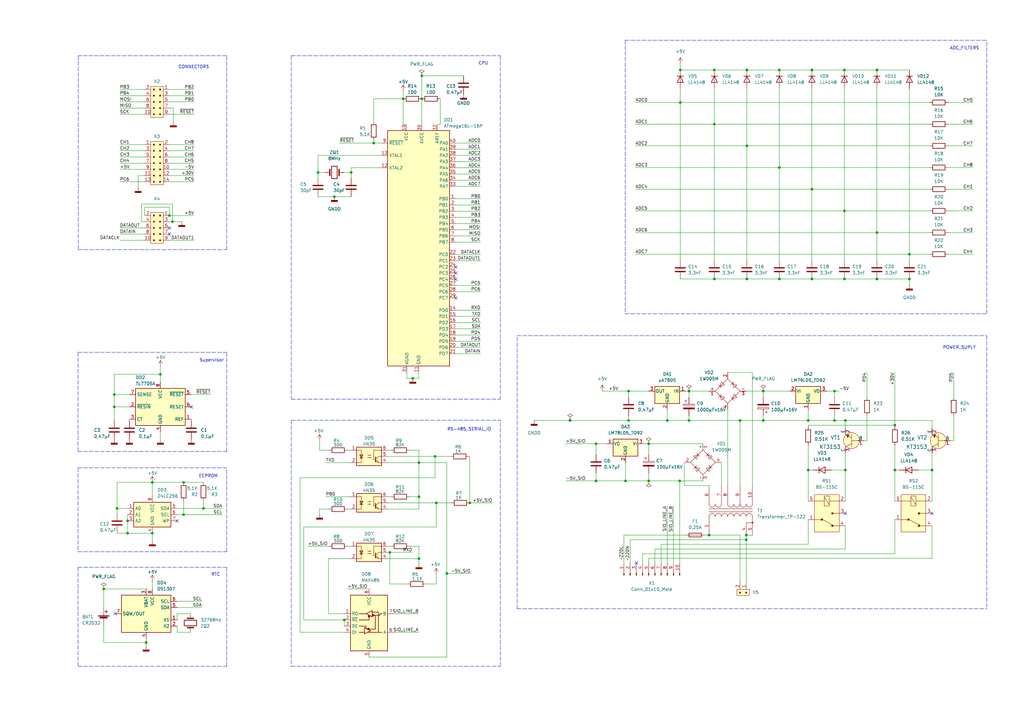
<source format=kicad_sch>
(kicad_sch (version 20211123) (generator eeschema)
  (paper "A3")
  (title_block (title "АКВ-МП, Плата процессора (ПП)") (date "2022-07-06"))
  (junction (at 266.065 181.991))
  (junction (at 319.659 114.427))
  (junction (at 319.659 28.702))
  (junction (at 292.989 114.427))
  (junction (at 159.893 226.568))
  (junction (at 172.974 40.513))
  (junction (at 303.53 172.466))
  (junction (at 342.265 172.466))
  (junction (at 137.16 80.645))
  (junction (at 52.324 218.694))
  (junction (at 233.807 172.466))
  (junction (at 313.055 172.466))
  (junction (at 282.575 172.466))
  (junction (at 346.71 192.786))
  (junction (at 279.019 28.702))
  (junction (at 169.291 155.194))
  (junction (at 244.475 197.231))
  (junction (at 192.659 206.248))
  (junction (at 178.435 187.198))
  (junction (at 171.831 203.708))
  (junction (at 141.224 254.254))
  (junction (at 62.484 197.866))
  (junction (at 75.311 211.074))
  (junction (at 42.545 241.554))
  (junction (at 306.07 221.361))
  (junction (at 257.81 160.401))
  (junction (at 178.943 206.248))
  (junction (at 257.81 172.466))
  (junction (at 332.994 28.702))
  (junction (at 367.03 192.786))
  (junction (at 313.055 160.401))
  (junction (at 69.469 88.392))
  (junction (at 273.685 172.466))
  (junction (at 172.974 31.115))
  (junction (at 342.265 160.401))
  (junction (at 233.807 172.339))
  (junction (at 130.429 70.739))
  (junction (at 290.83 219.456))
  (junction (at 70.739 90.932))
  (junction (at 83.439 208.534))
  (junction (at 65.786 153.543))
  (junction (at 266.065 197.231))
  (junction (at 171.831 189.738))
  (junction (at 306.07 219.456))
  (junction (at 367.03 174.371))
  (junction (at 306.324 114.427))
  (junction (at 359.664 114.427))
  (junction (at 331.47 192.786))
  (junction (at 346.329 28.702))
  (junction (at 171.831 229.108))
  (junction (at 319.659 68.707))
  (junction (at 332.994 77.597))
  (junction (at 346.329 86.487))
  (junction (at 359.664 95.377))
  (junction (at 279.019 42.037))
  (junction (at 292.989 50.927))
  (junction (at 306.324 59.817))
  (junction (at 372.999 104.267))
  (junction (at 278.765 197.231))
  (junction (at 346.329 114.427))
  (junction (at 331.47 172.466))
  (junction (at 75.311 197.866))
  (junction (at 183.261 235.204))
  (junction (at 144.018 70.739))
  (junction (at 244.475 181.991))
  (junction (at 46.863 161.798))
  (junction (at 62.484 218.694))
  (junction (at 165.354 40.513))
  (junction (at 359.664 28.702))
  (junction (at 306.324 28.702))
  (junction (at 256.54 197.231))
  (junction (at 48.006 208.534))
  (junction (at 46.863 166.878))
  (junction (at 59.944 263.525))
  (junction (at 282.575 160.401))
  (junction (at 372.999 114.427))
  (junction (at 346.71 172.466))
  (junction (at 52.324 213.614))
  (junction (at 292.989 28.702))
  (junction (at 382.27 192.786))
  (junction (at 153.289 58.674))
  (junction (at 332.994 114.427))
  (no_connect (at 382.27 210.566))
  (no_connect (at 47.244 251.714))
  (no_connect (at 72.644 213.614))
  (no_connect (at 186.944 109.474))
  (no_connect (at 186.944 122.174))
  (no_connect (at 186.944 112.014))
  (no_connect (at 186.944 114.554))
  (no_connect (at 78.486 166.878))
  (no_connect (at 260.985 230.886))
  (no_connect (at 69.469 93.472))
  (no_connect (at 69.469 96.012))
  (no_connect (at 346.71 210.566))
  (wire (pts (xy 49.149 46.863) (xy 59.309 46.863)))
  (wire (pts (xy 257.81 172.466) (xy 273.685 172.466)))
  (wire (pts (xy 332.994 77.597) (xy 332.994 106.807)))
  (wire (pts (xy 58.039 83.693) (xy 70.739 83.693)))
  (wire (pts (xy 233.807 172.466) (xy 257.81 172.466)))
  (wire (pts (xy 124.587 254.254) (xy 141.224 254.254)))
  (wire (pts (xy 306.324 36.322) (xy 306.324 59.817)))
  (wire (pts (xy 159.004 189.738) (xy 171.831 189.738)))
  (wire (pts (xy 169.291 155.194) (xy 166.878 155.194)))
  (wire (pts (xy 186.944 71.374) (xy 197.104 71.374)))
  (wire (pts (xy 72.644 211.074) (xy 75.311 211.074)))
  (wire (pts (xy 388.874 95.377) (xy 399.034 95.377)))
  (wire (pts (xy 256.54 197.231) (xy 266.065 197.231)))
  (wire (pts (xy 58.039 83.693) (xy 58.039 90.932)))
  (wire (pts (xy 59.944 263.525) (xy 59.944 265.049)))
  (wire (pts (xy 186.944 96.774) (xy 197.104 96.774)))
  (wire (pts (xy 331.47 213.106) (xy 331.47 223.266)))
  (wire (pts (xy 53.086 171.958) (xy 53.086 172.593)))
  (wire (pts (xy 171.831 224.028) (xy 171.831 229.108)))
  (wire (pts (xy 186.944 63.754) (xy 197.104 63.754)))
  (wire (pts (xy 183.261 235.204) (xy 183.261 269.494)))
  (wire (pts (xy 256.54 197.231) (xy 244.475 197.231)))
  (wire (pts (xy 70.739 90.932) (xy 74.549 90.932)))
  (wire (pts (xy 42.545 256.794) (xy 42.545 263.525)))
  (wire (pts (xy 139.319 58.674) (xy 153.289 58.674)))
  (wire (pts (xy 62.484 197.866) (xy 62.484 203.454)))
  (wire (pts (xy 65.786 150.368) (xy 65.786 153.543)))
  (wire (pts (xy 186.944 142.494) (xy 197.104 142.494)))
  (wire (pts (xy 333.375 192.786) (xy 331.47 192.786)))
  (wire (pts (xy 359.664 95.377) (xy 359.664 106.807)))
  (wire (pts (xy 313.055 172.466) (xy 331.47 172.466)))
  (polyline (pts (xy 404.749 137.668) (xy 404.749 249.682)))
  (wire (pts (xy 59.309 88.392) (xy 59.309 84.963)))
  (polyline (pts (xy 32.131 102.362) (xy 92.964 102.362)))
  (wire (pts (xy 292.989 28.702) (xy 306.324 28.702)))
  (wire (pts (xy 42.545 241.554) (xy 59.944 241.554)))
  (wire (pts (xy 159.004 229.108) (xy 171.831 229.108)))
  (wire (pts (xy 376.555 192.786) (xy 382.27 192.786)))
  (wire (pts (xy 130.429 70.739) (xy 133.35 70.739)))
  (wire (pts (xy 178.435 187.198) (xy 159.004 187.198)))
  (wire (pts (xy 255.905 219.456) (xy 255.905 230.886)))
  (wire (pts (xy 171.831 189.738) (xy 171.831 203.708)))
  (wire (pts (xy 281.305 219.456) (xy 255.905 219.456)))
  (wire (pts (xy 391.16 170.561) (xy 391.16 180.721)))
  (polyline (pts (xy 256.413 16.51) (xy 404.749 16.51)))
  (wire (pts (xy 72.644 256.794) (xy 72.644 259.334)))
  (wire (pts (xy 342.265 160.401) (xy 344.17 160.401)))
  (wire (pts (xy 331.47 172.466) (xy 331.47 168.021)))
  (wire (pts (xy 159.004 224.028) (xy 160.401 224.028)))
  (wire (pts (xy 48.006 197.866) (xy 62.484 197.866)))
  (wire (pts (xy 62.484 218.694) (xy 62.484 221.869)))
  (wire (pts (xy 279.019 36.322) (xy 279.019 42.037)))
  (wire (pts (xy 171.704 152.654) (xy 171.704 155.194)))
  (wire (pts (xy 367.03 182.626) (xy 367.03 192.786)))
  (wire (pts (xy 372.999 104.267) (xy 381.254 104.267)))
  (wire (pts (xy 183.261 235.204) (xy 193.04 235.204)))
  (wire (pts (xy 69.469 44.323) (xy 71.12 44.323)))
  (wire (pts (xy 308.61 152.781) (xy 308.61 199.136)))
  (wire (pts (xy 186.944 127.254) (xy 197.104 127.254)))
  (wire (pts (xy 124.587 254.254) (xy 124.587 216.154)))
  (wire (pts (xy 69.469 88.392) (xy 79.629 88.392)))
  (wire (pts (xy 260.604 68.707) (xy 319.659 68.707)))
  (wire (pts (xy 266.065 228.981) (xy 382.27 228.981)))
  (wire (pts (xy 56.642 72.009) (xy 59.309 72.009)))
  (wire (pts (xy 180.594 51.054) (xy 179.324 51.054)))
  (wire (pts (xy 70.739 83.693) (xy 70.739 90.932)))
  (wire (pts (xy 137.16 80.645) (xy 144.018 80.645)))
  (wire (pts (xy 190.119 31.115) (xy 172.974 31.115)))
  (wire (pts (xy 266.065 181.991) (xy 266.065 186.436)))
  (wire (pts (xy 165.354 51.054) (xy 166.624 51.054)))
  (wire (pts (xy 49.149 39.243) (xy 59.309 39.243)))
  (polyline (pts (xy 212.09 137.668) (xy 404.749 137.668)))
  (wire (pts (xy 279.019 26.162) (xy 279.019 28.702)))
  (wire (pts (xy 244.475 181.991) (xy 244.475 186.436)))
  (wire (pts (xy 260.604 42.037) (xy 279.019 42.037)))
  (wire (pts (xy 186.944 81.534) (xy 197.104 81.534)))
  (wire (pts (xy 49.149 93.472) (xy 59.309 93.472)))
  (wire (pts (xy 367.03 213.106) (xy 367.03 227.076)))
  (wire (pts (xy 49.149 36.703) (xy 59.309 36.703)))
  (wire (pts (xy 186.944 104.394) (xy 197.104 104.394)))
  (wire (pts (xy 133.604 203.708) (xy 143.764 203.708)))
  (polyline (pts (xy 32.004 144.526) (xy 92.964 144.526)))
  (polyline (pts (xy 32.004 185.166) (xy 92.964 185.166)))
  (wire (pts (xy 49.149 61.849) (xy 59.309 61.849)))
  (wire (pts (xy 233.807 172.339) (xy 233.807 172.466)))
  (wire (pts (xy 69.469 64.389) (xy 79.629 64.389)))
  (wire (pts (xy 382.27 192.786) (xy 382.27 185.801)))
  (wire (pts (xy 282.575 160.401) (xy 282.575 162.941)))
  (wire (pts (xy 166.878 152.654) (xy 166.878 155.194)))
  (wire (pts (xy 306.324 59.817) (xy 381.254 59.817)))
  (wire (pts (xy 178.943 216.154) (xy 178.943 206.248)))
  (wire (pts (xy 186.944 73.914) (xy 197.104 73.914)))
  (wire (pts (xy 72.644 254.254) (xy 72.644 251.714)))
  (wire (pts (xy 49.149 59.309) (xy 59.309 59.309)))
  (wire (pts (xy 359.664 36.322) (xy 359.664 95.377)))
  (wire (pts (xy 382.27 172.466) (xy 382.27 175.641)))
  (wire (pts (xy 69.469 61.849) (xy 79.629 61.849)))
  (wire (pts (xy 140.97 70.739) (xy 144.018 70.739)))
  (wire (pts (xy 382.27 192.786) (xy 382.27 205.486)))
  (wire (pts (xy 260.604 86.487) (xy 346.329 86.487)))
  (polyline (pts (xy 92.964 102.362) (xy 92.964 22.86)))
  (wire (pts (xy 153.289 40.513) (xy 165.354 40.513)))
  (wire (pts (xy 303.53 219.456) (xy 303.53 239.141)))
  (wire (pts (xy 130.429 63.754) (xy 130.429 70.739)))
  (wire (pts (xy 331.47 172.466) (xy 342.265 172.466)))
  (polyline (pts (xy 256.413 128.651) (xy 404.749 128.651)))
  (wire (pts (xy 49.149 96.012) (xy 59.309 96.012)))
  (wire (pts (xy 319.659 28.702) (xy 332.994 28.702)))
  (wire (pts (xy 260.604 104.267) (xy 372.999 104.267)))
  (wire (pts (xy 153.289 57.531) (xy 153.289 58.674)))
  (wire (pts (xy 131.064 208.788) (xy 134.874 208.788)))
  (wire (pts (xy 171.831 184.658) (xy 171.831 189.738)))
  (wire (pts (xy 83.439 208.534) (xy 91.186 208.534)))
  (wire (pts (xy 186.944 86.614) (xy 197.104 86.614)))
  (wire (pts (xy 271.145 223.266) (xy 271.145 230.886)))
  (wire (pts (xy 388.874 77.597) (xy 399.034 77.597)))
  (wire (pts (xy 69.469 74.549) (xy 79.629 74.549)))
  (wire (pts (xy 346.329 114.427) (xy 359.664 114.427)))
  (wire (pts (xy 141.224 254.254) (xy 141.224 256.794)))
  (polyline (pts (xy 119.507 22.86) (xy 119.507 163.703)))
  (wire (pts (xy 48.006 218.694) (xy 52.324 218.694)))
  (wire (pts (xy 306.07 221.361) (xy 306.07 219.456)))
  (wire (pts (xy 292.989 36.322) (xy 292.989 50.927)))
  (wire (pts (xy 278.765 197.231) (xy 278.765 230.886)))
  (wire (pts (xy 258.445 221.361) (xy 306.07 221.361)))
  (wire (pts (xy 346.71 172.466) (xy 346.71 175.641)))
  (wire (pts (xy 49.149 44.323) (xy 59.309 44.323)))
  (wire (pts (xy 244.475 197.231) (xy 244.475 194.056)))
  (wire (pts (xy 268.605 225.171) (xy 268.605 230.886)))
  (wire (pts (xy 308.61 152.781) (xy 298.45 152.781)))
  (wire (pts (xy 71.12 44.323) (xy 71.12 50.038)))
  (wire (pts (xy 355.6 162.941) (xy 355.6 152.781)))
  (wire (pts (xy 388.874 59.817) (xy 399.034 59.817)))
  (wire (pts (xy 264.16 181.991) (xy 266.065 181.991)))
  (wire (pts (xy 359.664 114.427) (xy 372.999 114.427)))
  (wire (pts (xy 186.944 106.934) (xy 197.104 106.934)))
  (wire (pts (xy 178.435 187.198) (xy 184.785 187.198)))
  (polyline (pts (xy 256.413 16.51) (xy 256.413 128.651)))
  (wire (pts (xy 159.004 226.568) (xy 159.893 226.568)))
  (wire (pts (xy 49.149 41.783) (xy 59.309 41.783)))
  (wire (pts (xy 257.81 160.401) (xy 257.81 162.941)))
  (wire (pts (xy 281.305 160.401) (xy 282.575 160.401)))
  (polyline (pts (xy 119.507 172.339) (xy 205.232 172.339)))
  (wire (pts (xy 167.132 239.522) (xy 159.893 239.522)))
  (wire (pts (xy 144.018 68.834) (xy 144.018 70.739)))
  (wire (pts (xy 266.065 181.991) (xy 288.29 181.991)))
  (wire (pts (xy 346.71 172.466) (xy 382.27 172.466)))
  (wire (pts (xy 186.944 94.234) (xy 197.104 94.234)))
  (wire (pts (xy 123.063 259.334) (xy 141.224 259.334)))
  (wire (pts (xy 372.999 114.427) (xy 372.999 116.967)))
  (wire (pts (xy 186.944 119.634) (xy 197.104 119.634)))
  (wire (pts (xy 273.685 172.466) (xy 282.575 172.466)))
  (wire (pts (xy 266.065 197.231) (xy 278.765 197.231)))
  (wire (pts (xy 232.029 197.231) (xy 244.475 197.231)))
  (polyline (pts (xy 212.09 249.682) (xy 212.09 137.668)))
  (wire (pts (xy 346.329 36.322) (xy 346.329 86.487)))
  (wire (pts (xy 367.03 152.781) (xy 367.03 174.371)))
  (wire (pts (xy 359.664 28.702) (xy 372.999 28.702)))
  (wire (pts (xy 186.944 99.314) (xy 197.104 99.314)))
  (wire (pts (xy 258.445 221.361) (xy 258.445 230.886)))
  (polyline (pts (xy 92.964 226.314) (xy 92.964 191.897)))
  (wire (pts (xy 171.831 189.738) (xy 183.261 189.738)))
  (wire (pts (xy 65.786 153.543) (xy 65.786 156.718)))
  (wire (pts (xy 279.019 42.037) (xy 279.019 106.807)))
  (wire (pts (xy 46.863 161.798) (xy 46.863 166.878)))
  (wire (pts (xy 131.064 184.658) (xy 134.874 184.658)))
  (wire (pts (xy 248.92 181.991) (xy 244.475 181.991)))
  (wire (pts (xy 72.644 246.634) (xy 82.804 246.634)))
  (polyline (pts (xy 32.004 232.664) (xy 92.964 232.664)))
  (wire (pts (xy 279.019 42.037) (xy 381.254 42.037)))
  (wire (pts (xy 186.944 61.214) (xy 197.104 61.214)))
  (wire (pts (xy 186.944 137.414) (xy 197.104 137.414)))
  (polyline (pts (xy 92.964 22.86) (xy 32.131 22.86)))
  (wire (pts (xy 72.644 249.174) (xy 82.804 249.174)))
  (wire (pts (xy 266.065 230.886) (xy 266.065 228.981)))
  (wire (pts (xy 306.07 221.361) (xy 306.07 239.141)))
  (wire (pts (xy 178.943 206.248) (xy 159.004 206.248)))
  (wire (pts (xy 134.747 251.714) (xy 141.224 251.714)))
  (wire (pts (xy 306.07 219.456) (xy 308.61 219.456)))
  (wire (pts (xy 59.944 261.874) (xy 59.944 263.525)))
  (wire (pts (xy 192.659 206.248) (xy 201.93 206.248)))
  (wire (pts (xy 48.006 210.693) (xy 48.006 208.534)))
  (polyline (pts (xy 32.004 273.304) (xy 92.964 273.304)))
  (wire (pts (xy 266.065 194.056) (xy 266.065 197.231)))
  (wire (pts (xy 72.644 259.334) (xy 78.105 259.334)))
  (wire (pts (xy 391.16 162.941) (xy 391.16 152.781)))
  (polyline (pts (xy 119.507 163.703) (xy 205.232 163.703)))
  (wire (pts (xy 388.874 42.037) (xy 399.034 42.037)))
  (wire (pts (xy 260.604 95.377) (xy 359.664 95.377)))
  (wire (pts (xy 56.642 72.009) (xy 56.642 76.962)))
  (wire (pts (xy 72.644 251.714) (xy 78.105 251.714)))
  (wire (pts (xy 263.525 227.076) (xy 263.525 230.886)))
  (wire (pts (xy 354.33 180.721) (xy 355.6 180.721)))
  (wire (pts (xy 256.54 197.231) (xy 256.54 189.611)))
  (wire (pts (xy 292.989 50.927) (xy 381.254 50.927)))
  (wire (pts (xy 161.544 259.334) (xy 171.704 259.334)))
  (wire (pts (xy 65.786 177.038) (xy 65.786 180.213)))
  (wire (pts (xy 332.994 28.702) (xy 346.329 28.702)))
  (polyline (pts (xy 32.004 191.897) (xy 92.964 191.897)))
  (wire (pts (xy 49.149 66.929) (xy 59.309 66.929)))
  (wire (pts (xy 260.604 50.927) (xy 292.989 50.927)))
  (wire (pts (xy 232.029 181.991) (xy 244.475 181.991)))
  (wire (pts (xy 171.831 203.708) (xy 171.831 208.788)))
  (wire (pts (xy 260.604 59.817) (xy 306.324 59.817)))
  (wire (pts (xy 306.324 114.427) (xy 319.659 114.427)))
  (wire (pts (xy 49.149 74.549) (xy 59.309 74.549)))
  (polyline (pts (xy 32.004 144.526) (xy 32.004 185.166)))
  (wire (pts (xy 131.064 180.721) (xy 131.064 184.658)))
  (wire (pts (xy 346.329 86.487) (xy 381.254 86.487)))
  (wire (pts (xy 178.943 235.585) (xy 178.943 239.522)))
  (wire (pts (xy 332.994 36.322) (xy 332.994 77.597)))
  (wire (pts (xy 126.238 224.028) (xy 134.874 224.028)))
  (wire (pts (xy 69.469 39.243) (xy 79.629 39.243)))
  (wire (pts (xy 134.747 229.108) (xy 134.747 251.714)))
  (wire (pts (xy 72.644 208.534) (xy 83.439 208.534)))
  (wire (pts (xy 340.995 192.786) (xy 346.71 192.786)))
  (wire (pts (xy 313.055 160.401) (xy 323.85 160.401)))
  (polyline (pts (xy 92.964 185.166) (xy 92.964 144.526)))
  (wire (pts (xy 46.863 166.878) (xy 53.086 166.878)))
  (wire (pts (xy 42.545 263.525) (xy 59.944 263.525)))
  (wire (pts (xy 142.494 208.788) (xy 143.764 208.788)))
  (wire (pts (xy 388.874 86.487) (xy 399.034 86.487)))
  (wire (pts (xy 280.67 199.136) (xy 280.67 189.611)))
  (wire (pts (xy 186.944 84.074) (xy 197.104 84.074)))
  (wire (pts (xy 319.659 68.707) (xy 319.659 106.807)))
  (wire (pts (xy 133.604 189.738) (xy 143.764 189.738)))
  (wire (pts (xy 69.469 41.783) (xy 79.629 41.783)))
  (wire (pts (xy 131.064 208.788) (xy 131.064 210.947)))
  (wire (pts (xy 346.329 28.702) (xy 359.664 28.702)))
  (wire (pts (xy 290.83 219.456) (xy 303.53 219.456)))
  (wire (pts (xy 292.989 114.427) (xy 306.324 114.427)))
  (wire (pts (xy 346.329 86.487) (xy 346.329 106.807)))
  (wire (pts (xy 288.925 219.456) (xy 290.83 219.456)))
  (wire (pts (xy 159.004 203.708) (xy 160.401 203.708)))
  (wire (pts (xy 69.469 98.552) (xy 79.629 98.552)))
  (wire (pts (xy 303.53 172.466) (xy 313.055 172.466)))
  (wire (pts (xy 186.944 132.334) (xy 197.104 132.334)))
  (wire (pts (xy 123.063 195.961) (xy 178.435 195.961)))
  (wire (pts (xy 130.429 80.645) (xy 137.16 80.645)))
  (wire (pts (xy 303.53 172.466) (xy 303.53 199.136)))
  (wire (pts (xy 172.974 40.513) (xy 172.974 51.054)))
  (wire (pts (xy 313.055 160.401) (xy 313.055 162.941)))
  (wire (pts (xy 332.994 114.427) (xy 346.329 114.427)))
  (wire (pts (xy 186.944 134.874) (xy 197.104 134.874)))
  (wire (pts (xy 331.47 182.626) (xy 331.47 192.786)))
  (wire (pts (xy 156.464 63.754) (xy 130.429 63.754)))
  (wire (pts (xy 367.03 174.371) (xy 367.03 175.006)))
  (wire (pts (xy 168.021 203.708) (xy 171.831 203.708)))
  (wire (pts (xy 69.469 59.309) (xy 79.629 59.309)))
  (wire (pts (xy 48.006 197.866) (xy 48.006 208.534)))
  (wire (pts (xy 186.944 139.954) (xy 197.104 139.954)))
  (wire (pts (xy 263.525 227.076) (xy 367.03 227.076)))
  (wire (pts (xy 130.429 70.739) (xy 130.429 73.025)))
  (wire (pts (xy 355.6 180.721) (xy 355.6 170.561)))
  (wire (pts (xy 42.545 241.554) (xy 42.545 249.174)))
  (wire (pts (xy 49.149 98.552) (xy 59.309 98.552)))
  (polyline (pts (xy 212.09 249.682) (xy 404.749 249.682)))
  (wire (pts (xy 186.944 117.094) (xy 197.104 117.094)))
  (wire (pts (xy 153.289 40.513) (xy 153.289 49.911)))
  (wire (pts (xy 159.893 226.568) (xy 169.164 226.568)))
  (wire (pts (xy 159.004 208.788) (xy 171.831 208.788)))
  (wire (pts (xy 46.863 161.798) (xy 53.086 161.798)))
  (wire (pts (xy 282.575 160.401) (xy 290.83 160.401)))
  (wire (pts (xy 142.494 241.554) (xy 151.384 241.554)))
  (wire (pts (xy 143.764 229.108) (xy 134.747 229.108)))
  (wire (pts (xy 278.765 197.231) (xy 288.29 197.231)))
  (wire (pts (xy 186.944 145.034) (xy 197.104 145.034)))
  (wire (pts (xy 46.863 172.593) (xy 46.863 166.878)))
  (wire (pts (xy 165.354 40.513) (xy 165.354 51.054)))
  (wire (pts (xy 273.685 207.518) (xy 273.685 230.886)))
  (wire (pts (xy 306.324 28.702) (xy 319.659 28.702)))
  (wire (pts (xy 183.261 189.738) (xy 183.261 235.204)))
  (wire (pts (xy 159.004 184.658) (xy 160.401 184.658)))
  (wire (pts (xy 279.019 114.427) (xy 292.989 114.427)))
  (wire (pts (xy 292.989 50.927) (xy 292.989 106.807)))
  (wire (pts (xy 346.71 192.786) (xy 346.71 185.801)))
  (wire (pts (xy 313.055 170.561) (xy 313.055 172.466)))
  (wire (pts (xy 69.469 84.963) (xy 69.469 88.392)))
  (polyline (pts (xy 404.749 128.651) (xy 404.749 16.51)))
  (polyline (pts (xy 32.131 22.86) (xy 32.131 102.362)))
  (wire (pts (xy 75.311 197.866) (xy 83.439 197.866)))
  (wire (pts (xy 367.03 192.786) (xy 367.03 205.486)))
  (wire (pts (xy 69.469 66.929) (xy 79.629 66.929)))
  (wire (pts (xy 69.469 72.009) (xy 79.629 72.009)))
  (wire (pts (xy 247.015 160.401) (xy 257.81 160.401)))
  (polyline (pts (xy 119.507 22.86) (xy 205.232 22.86)))
  (wire (pts (xy 186.944 91.694) (xy 197.104 91.694)))
  (wire (pts (xy 257.81 170.561) (xy 257.81 172.466)))
  (wire (pts (xy 124.587 216.154) (xy 178.943 216.154)))
  (wire (pts (xy 331.47 192.786) (xy 331.47 205.486)))
  (wire (pts (xy 389.89 180.721) (xy 391.16 180.721)))
  (wire (pts (xy 144.018 68.834) (xy 156.464 68.834)))
  (wire (pts (xy 186.944 129.794) (xy 197.104 129.794)))
  (wire (pts (xy 178.435 195.961) (xy 178.435 187.198)))
  (wire (pts (xy 59.309 84.963) (xy 69.469 84.963)))
  (wire (pts (xy 372.999 104.267) (xy 372.999 106.807)))
  (wire (pts (xy 367.03 192.786) (xy 368.935 192.786)))
  (wire (pts (xy 342.265 160.401) (xy 342.265 162.941)))
  (wire (pts (xy 186.944 58.674) (xy 197.104 58.674)))
  (wire (pts (xy 69.469 46.863) (xy 79.629 46.863)))
  (wire (pts (xy 123.063 259.334) (xy 123.063 195.961)))
  (wire (pts (xy 49.149 69.469) (xy 59.309 69.469)))
  (wire (pts (xy 186.944 66.294) (xy 197.104 66.294)))
  (wire (pts (xy 271.145 223.266) (xy 331.47 223.266)))
  (wire (pts (xy 342.265 170.561) (xy 342.265 172.466)))
  (wire (pts (xy 186.944 76.454) (xy 197.104 76.454)))
  (wire (pts (xy 144.018 70.739) (xy 144.018 73.025)))
  (wire (pts (xy 192.405 187.198) (xy 192.659 187.198)))
  (wire (pts (xy 69.469 36.703) (xy 79.629 36.703)))
  (wire (pts (xy 62.484 197.866) (xy 75.311 197.866)))
  (wire (pts (xy 306.07 160.401) (xy 313.055 160.401)))
  (wire (pts (xy 388.874 68.707) (xy 399.034 68.707)))
  (wire (pts (xy 142.494 184.658) (xy 143.764 184.658)))
  (wire (pts (xy 178.943 206.248) (xy 185.039 206.248)))
  (wire (pts (xy 290.83 199.136) (xy 280.67 199.136)))
  (wire (pts (xy 49.149 64.389) (xy 59.309 64.389)))
  (wire (pts (xy 382.27 215.646) (xy 382.27 228.981)))
  (polyline (pts (xy 92.964 273.304) (xy 92.964 232.664)))
  (wire (pts (xy 339.09 160.401) (xy 342.265 160.401)))
  (wire (pts (xy 342.265 172.466) (xy 346.71 172.466)))
  (wire (pts (xy 372.999 36.322) (xy 372.999 104.267)))
  (wire (pts (xy 273.685 168.021) (xy 273.685 172.466)))
  (wire (pts (xy 172.974 31.115) (xy 172.974 40.513)))
  (wire (pts (xy 346.71 192.786) (xy 346.71 205.486)))
  (polyline (pts (xy 119.507 172.339) (xy 119.507 273.304)))
  (wire (pts (xy 359.664 95.377) (xy 381.254 95.377)))
  (wire (pts (xy 186.944 68.834) (xy 197.104 68.834)))
  (wire (pts (xy 331.47 174.371) (xy 367.03 174.371)))
  (polyline (pts (xy 32.004 191.897) (xy 32.004 226.314)))
  (wire (pts (xy 346.71 215.646) (xy 346.71 225.171)))
  (wire (pts (xy 78.486 171.958) (xy 78.486 172.593)))
  (wire (pts (xy 142.494 224.028) (xy 143.764 224.028)))
  (wire (pts (xy 153.289 58.674) (xy 156.464 58.674)))
  (wire (pts (xy 169.291 155.194) (xy 171.704 155.194)))
  (wire (pts (xy 319.659 36.322) (xy 319.659 68.707)))
  (wire (pts (xy 52.324 213.614) (xy 52.324 218.694)))
  (wire (pts (xy 192.659 187.198) (xy 192.659 206.248)))
  (wire (pts (xy 161.544 251.714) (xy 171.704 251.714)))
  (wire (pts (xy 282.575 170.561) (xy 282.575 172.466)))
  (wire (pts (xy 257.81 160.401) (xy 266.065 160.401)))
  (polyline (pts (xy 32.004 226.314) (xy 92.964 226.314)))
  (wire (pts (xy 78.486 161.798) (xy 86.36 161.798)))
  (wire (pts (xy 48.006 208.534) (xy 52.324 208.534)))
  (wire (pts (xy 62.484 238.379) (xy 62.484 241.554)))
  (wire (pts (xy 165.354 37.338) (xy 165.354 40.513)))
  (wire (pts (xy 298.45 168.021) (xy 298.45 199.136)))
  (wire (pts (xy 168.021 224.028) (xy 171.831 224.028)))
  (wire (pts (xy 306.324 59.817) (xy 306.324 106.807)))
  (wire (pts (xy 186.944 89.154) (xy 197.104 89.154)))
  (wire (pts (xy 151.384 269.494) (xy 183.261 269.494)))
  (wire (pts (xy 52.324 218.694) (xy 62.484 218.694)))
  (wire (pts (xy 319.659 68.707) (xy 381.254 68.707)))
  (wire (pts (xy 260.604 77.597) (xy 332.994 77.597)))
  (wire (pts (xy 52.324 211.074) (xy 52.324 213.614)))
  (polyline (pts (xy 119.507 273.304) (xy 205.232 273.304)))
  (wire (pts (xy 388.874 104.267) (xy 399.034 104.267)))
  (wire (pts (xy 46.863 153.543) (xy 46.863 161.798)))
  (polyline (pts (xy 205.232 22.86) (xy 205.232 163.703)))
  (wire (pts (xy 75.311 211.074) (xy 91.186 211.074)))
  (wire (pts (xy 331.47 175.006) (xy 331.47 174.371)))
  (wire (pts (xy 388.874 50.927) (xy 399.034 50.927)))
  (wire (pts (xy 69.469 69.469) (xy 79.629 69.469)))
  (polyline (pts (xy 32.004 232.664) (xy 32.004 273.304)))
  (wire (pts (xy 295.91 189.611) (xy 295.91 199.136)))
  (wire (pts (xy 75.311 205.486) (xy 75.311 211.074)))
  (polyline (pts (xy 205.232 273.304) (xy 205.232 172.339)))
  (wire (pts (xy 159.893 239.522) (xy 159.893 226.568)))
  (wire (pts (xy 332.994 77.597) (xy 381.254 77.597)))
  (wire (pts (xy 268.605 225.171) (xy 346.71 225.171)))
  (wire (pts (xy 58.039 90.932) (xy 59.309 90.932)))
  (wire (pts (xy 219.075 172.466) (xy 233.807 172.466)))
  (wire (pts (xy 319.659 114.427) (xy 332.994 114.427)))
  (wire (pts (xy 83.439 205.486) (xy 83.439 208.534)))
  (wire (pts (xy 171.831 229.108) (xy 171.831 231.267)))
  (wire (pts (xy 48.006 218.313) (xy 48.006 218.694)))
  (wire (pts (xy 69.469 90.932) (xy 70.739 90.932)))
  (wire (pts (xy 46.863 153.543) (xy 65.786 153.543)))
  (wire (pts (xy 276.225 207.518) (xy 276.225 230.886)))
  (wire (pts (xy 168.021 184.658) (xy 171.831 184.658)))
  (wire (pts (xy 174.752 239.522) (xy 178.943 239.522)))
  (wire (pts (xy 180.594 40.513) (xy 180.594 51.054)))
  (wire (pts (xy 282.575 172.466) (xy 303.53 172.466)))
  (wire (pts (xy 279.019 28.702) (xy 292.989 28.702)))
  (text "Supervisor" (at 81.788 148.59 0) (effects (font (size 1.27 1.27)) (justify left bottom)))
  (text "RTC" (at 86.614 236.474 0) (effects (font (size 1.27 1.27)) (justify left bottom)))
  (text "RS-485_SERIAL_IO" (at 183.388 176.911 0) (effects (font (size 1.27 1.27)) (justify left bottom)))
  (text "CPU" (at 196.215 26.797 0) (effects (font (size 1.27 1.27)) (justify left bottom)))
  (text "EEPROM" (at 81.534 196.088 0) (effects (font (size 1.27 1.27)) (justify left bottom)))
  (text "CONNECTORS" (at 73.152 28.321 0) (effects (font (size 1.27 1.27)) (justify left bottom)))
  (text "ADC_FILTERS" (at 389.509 20.574 0) (effects (font (size 1.27 1.27)) (justify left bottom)))
  (text "POWER_SUPLY" (at 386.715 143.383 0) (effects (font (size 1.27 1.27)) (justify left bottom)))
  (label "-5V_SIO" (at 232.029 197.231 0))
  (label "MISO" (at 197.104 96.774 180))
  (label "SCL" (at 82.804 246.634 180))
  (label "CH8" (at 399.034 68.707 180))
  (label "PB2" (at 79.629 36.703 180))
  (label "ADC5" (at 260.604 86.487 0))
  (label "PB3" (at 197.104 89.154 180))
  (label "+5V" (at 79.629 88.392 180))
  (label "ADC2" (at 197.104 63.754 180))
  (label "ADC5" (at 197.104 71.374 180))
  (label "ADC0" (at 197.104 58.674 180))
  (label "+30V" (at 79.629 72.009 180))
  (label "ADC3" (at 197.104 66.294 180))
  (label "CH7" (at 79.629 61.849 180))
  (label "+30V" (at 367.03 152.781 270))
  (label "SCK" (at 49.149 46.863 0))
  (label "ADC3" (at 260.604 68.707 0))
  (label "DATAIN" (at 49.149 96.012 0))
  (label "TXD" (at 133.604 189.738 0))
  (label "SIO_LINE_A" (at 273.685 207.518 270))
  (label "CH6" (at 79.629 64.389 180))
  (label "PB1" (at 79.629 39.243 180))
  (label "+5V_SIO" (at 126.238 224.028 0))
  (label "PB0" (at 197.104 81.534 180))
  (label "SIO_LINE_A" (at 171.704 259.334 180))
  (label "CH4" (at 399.034 104.267 180))
  (label "CH2" (at 399.034 86.487 180))
  (label "DATAIN" (at 197.104 145.034 180))
  (label "PD5" (at 197.104 139.954 180))
  (label "+5V" (at 49.149 69.469 0))
  (label "TXD" (at 197.104 129.794 180))
  (label "PB0" (at 133.604 203.708 0))
  (label "PB3" (at 49.149 36.703 0))
  (label "SCL" (at 91.186 211.074 180))
  (label "~{RESET}" (at 86.36 161.798 180))
  (label "PB2" (at 197.104 86.614 180))
  (label "-5V" (at 79.629 69.469 180))
  (label "ADC2" (at 260.604 59.817 0))
  (label "SIO_LINE_B" (at 276.225 207.518 270))
  (label "ADC6" (at 260.604 95.377 0))
  (label "CH3" (at 399.034 95.377 180))
  (label "PC5" (at 197.104 117.094 180))
  (label "SCK" (at 197.104 99.314 180))
  (label "CH2" (at 49.149 61.849 0))
  (label "CH6" (at 399.034 50.927 180))
  (label "RXD" (at 197.104 127.254 180))
  (label "CH1" (at 399.034 77.597 180))
  (label "DATAOUT1" (at 197.104 106.934 180))
  (label "~220N" (at 258.445 229.87 90))
  (label "+5V_SIO" (at 201.93 206.248 180))
  (label "RXD" (at 169.164 226.568 180))
  (label "DATACLK" (at 197.104 104.394 180))
  (label "PD5" (at 391.16 152.781 270))
  (label "PD4" (at 197.104 137.414 180))
  (label "PD4" (at 355.6 152.781 270))
  (label "MISO" (at 49.149 44.323 0))
  (label "MOSI" (at 49.149 41.783 0))
  (label "SDA" (at 91.186 208.534 180))
  (label "CH5" (at 399.034 42.037 180))
  (label "ADC7" (at 260.604 104.267 0))
  (label "PB0" (at 79.629 41.783 180))
  (label "DATAOUT" (at 49.149 93.472 0))
  (label "ADC0" (at 260.604 42.037 0))
  (label "PC5" (at 79.629 74.549 180))
  (label "CH1" (at 49.149 59.309 0))
  (label "+5V_SIO" (at 232.029 181.991 0))
  (label "DATAOUT1" (at 79.629 98.552 180))
  (label "ADC1" (at 260.604 50.927 0))
  (label "+5V_SIO" (at 142.494 241.554 0))
  (label "PB1" (at 197.104 84.074 180))
  (label "ADC1" (at 197.104 61.214 180))
  (label "PB4" (at 197.104 91.694 180))
  (label "-5V_SIO" (at 193.04 235.204 180))
  (label "PB4" (at 49.149 39.243 0))
  (label "ADC6" (at 197.104 73.914 180))
  (label "SIO_LINE_B" (at 171.704 251.714 180))
  (label "+5V" (at 249.555 160.401 0))
  (label "CH5" (at 79.629 66.929 180))
  (label "PC6" (at 197.104 119.634 180))
  (label "ADC4" (at 197.104 68.834 180))
  (label "CH4" (at 49.149 66.929 0))
  (label "CH3" (at 49.149 64.389 0))
  (label "CH7" (at 399.034 59.817 180))
  (label "DATAOUT" (at 197.104 142.494 180))
  (label "SDA" (at 197.104 134.874 180))
  (label "DATACLK" (at 49.149 98.552 180))
  (label "~220L" (at 255.905 229.743 90))
  (label "-5V" (at 344.17 160.401 0))
  (label "SDA" (at 82.804 249.174 180))
  (label "PC6" (at 49.149 74.549 0))
  (label "CH8" (at 79.629 59.309 180))
  (label "ADC4" (at 260.604 77.597 0))
  (label "MOSI" (at 197.104 94.234 180))
  (label "~{RESET}" (at 139.319 58.674 0))
  (label "SCL" (at 197.104 132.334 180))
  (label "~{RESET}" (at 79.629 46.863 180))
  (label "ADC7" (at 197.104 76.454 180))
  (symbol (lib_id "Device:R") (at 169.164 40.513 90) (unit 1)
    (property "Reference" "R14" (at 167.132 35.306 90) (effects (justify right)))
    (property "Value" "100" (at 167.132 37.846 90) (effects (justify right)))
    (property "Footprint" "Resistor_SMD:R_1206_3216Metric" (effects hide))
  )
  (symbol (lib_id "AKV_Library:GND") (at 59.944 265.049 0) (unit 1)
    (property "Reference" "#PWR0110" (effects hide))
    (property "Value" "GND" (effects hide))
  )
  (symbol (lib_id "Device:Fuse") (at 285.115 219.456 90) (unit 1)
    (property "Reference" "F1" (at 285.115 213.741 90))
    (property "Value" "0,25A" (at 285.115 216.281 90))
    (property "Footprint" "AKV_Library:Fuse_Littelfuse-LVR100_AKV" (effects hide))
  )
  (symbol (lib_id "power:+5V") (at 65.786 150.368 0) (unit 1)
    (property "Reference" "#PWR0104" (effects hide))
    (property "Value" "+5V" (at 65.786 146.558 0))
  )
  (symbol (lib_id "Diode:LL4148") (at 372.999 32.512 270) (unit 1)
    (property "Reference" "VD12" (at 376.174 31.2419 90) (effects (justify left)))
    (property "Value" "LL4148" (at 376.174 33.7819 90) (effects (justify left)))
    (property "Footprint" "Diode_SMD:D_MiniMELF" (effects hide))
    (property "Datasheet" "http://www.vishay.com/docs/85557/ll4148.pdf" (effects hide))
  )
  (symbol (lib_id "Diode:LL4148") (at 306.324 32.512 270) (unit 1)
    (property "Reference" "VD7" (at 309.499 31.2419 90) (effects (justify left)))
    (property "Value" "LL4148" (at 309.499 33.7819 90) (effects (justify left)))
    (property "Footprint" "Diode_SMD:D_MiniMELF" (effects hide))
    (property "Datasheet" "http://www.vishay.com/docs/85557/ll4148.pdf" (effects hide))
  )
  (symbol (lib_id "Power_Supervisor:TL7705A") (at 65.786 166.878 0) (unit 1)
    (property "Reference" "DD2" (at 55.626 154.813 0) (effects (justify left)))
    (property "Value" "TL7705A" (at 55.626 157.353 0) (effects (justify left)))
    (property "Footprint" "Package_DIP:DIP-8_W7.62mm" (effects hide))
    (property "Datasheet" "http://www.ti.com.cn/cn/lit/ds/symlink/tl7705a.pdf" (effects hide))
  )
  (symbol (lib_id "AKV_Library:GND") (at 62.484 221.869 0) (unit 1)
    (property "Reference" "#PWR0112" (effects hide))
    (property "Value" "GND" (effects hide))
  )
  (symbol (lib_id "Isolator:4N35") (at 151.384 187.198 0) (unit 1)
    (property "Reference" "DD5" (at 151.384 179.578 0))
    (property "Value" "4N35" (at 151.384 182.118 0))
    (property "Footprint" "Package_DIP:DIP-6_W7.62mm" (effects hide))
    (property "Datasheet" "https://www.vishay.com/docs/81181/4n35.pdf" (effects hide))
  )
  (symbol (lib_id "Device:C") (at 130.429 76.835 180) (unit 1)
    (property "Reference" "C5" (at 123.063 75.565 0) (effects (justify right)))
    (property "Value" "30pF" (at 123.063 78.105 0) (effects (justify right)))
    (property "Footprint" "Capacitor_SMD:C_1206_3216Metric" (effects hide))
  )
  (symbol (lib_id "Device:R") (at 355.6 166.751 0) (unit 1)
    (property "Reference" "R23" (at 358.14 165.4809 0) (effects (justify left)))
    (property "Value" "1К" (at 358.14 168.0209 0) (effects (justify left)))
    (property "Footprint" "Resistor_THT:R_Axial_DIN0411_L9.9mm_D3.6mm_P12.70mm_Horizontal" (effects hide))
  )
  (symbol (lib_id "Device:R") (at 188.849 206.248 90) (unit 1)
    (property "Reference" "R7" (at 186.817 202.311 90) (effects (justify right)))
    (property "Value" "1К" (at 186.817 204.089 90) (effects (justify right)))
    (property "Footprint" "Resistor_SMD:R_1206_3216Metric" (effects hide))
  )
  (symbol (lib_id "Device:R") (at 138.684 224.028 90) (unit 1)
    (property "Reference" "R8" (at 136.652 220.091 90) (effects (justify right)))
    (property "Value" "300" (at 136.652 221.869 90) (effects (justify right)))
    (property "Footprint" "Resistor_SMD:R_1206_3216Metric" (effects hide))
  )
  (symbol (lib_id "Device:R") (at 138.684 208.788 90) (unit 1)
    (property "Reference" "R10" (at 136.652 204.851 90) (effects (justify right)))
    (property "Value" "300" (at 136.652 206.629 90) (effects (justify right)))
    (property "Footprint" "Resistor_SMD:R_1206_3216Metric" (effects hide))
  )
  (symbol (lib_id "Diode_Bridge:W005G") (at 288.29 189.611 270) (mirror x) (unit 1)
    (property "Reference" "VD1" (at 295.91 181.991 90))
    (property "Value" "1W005M" (at 295.91 184.531 90))
    (property "Footprint" "Diode_THT:Diode_Bridge_Round_D9.0mm" (effects hide))
    (property "Datasheet" "https://www.vishay.com/docs/88769/woo5g.pdf" (effects hide))
  )
  (symbol (lib_id "AKV_Library:GND") (at 53.086 180.213 0) (unit 1)
    (property "Reference" "#PWR0115" (effects hide))
    (property "Value" "GND" (effects hide))
  )
  (symbol (lib_id "Device:C") (at 244.475 190.246 0) (unit 1)
    (property "Reference" "C6" (at 247.65 188.9759 0) (effects (justify left)))
    (property "Value" "0,47µF" (at 247.65 191.5159 0) (effects (justify left)))
    (property "Footprint" "Capacitor_SMD:C_1206_3216Metric" (effects hide))
  )
  (symbol (lib_id "Diode:LL4148") (at 346.329 32.512 270) (unit 1)
    (property "Reference" "VD10" (at 349.504 31.2419 90) (effects (justify left)))
    (property "Value" "LL4148" (at 349.504 33.7819 90) (effects (justify left)))
    (property "Footprint" "Diode_SMD:D_MiniMELF" (effects hide))
    (property "Datasheet" "http://www.vishay.com/docs/85557/ll4148.pdf" (effects hide))
  )
  (symbol (lib_id "Device:R") (at 170.942 239.522 90) (unit 1)
    (property "Reference" "R5" (at 168.91 235.585 90) (effects (justify right)))
    (property "Value" "1,1К" (at 168.91 237.363 90) (effects (justify right)))
    (property "Footprint" "Resistor_THT:R_Axial_DIN0207_L6.3mm_D2.5mm_P10.16mm_Horizontal" (effects hide))
  )
  (symbol (lib_id "Device:C") (at 190.119 34.925 0) (unit 1)
    (property "Reference" "C13" (at 183.007 35.306 0) (effects (justify left)))
    (property "Value" "0,47µF" (at 183.007 37.846 0) (effects (justify left)))
    (property "Footprint" "Capacitor_SMD:C_1206_3216Metric" (effects hide))
  )
  (symbol (lib_id "Device:R") (at 367.03 178.816 0) (unit 1)
    (property "Reference" "R26" (at 369.57 177.5459 0) (effects (justify left)))
    (property "Value" "0,51К" (at 369.57 180.0859 0) (effects (justify left)))
    (property "Footprint" "Resistor_THT:R_Axial_DIN0207_L6.3mm_D2.5mm_P10.16mm_Horizontal" (effects hide))
  )
  (symbol (lib_id "Device:C") (at 306.324 110.617 0) (unit 1)
    (property "Reference" "C16" (at 309.499 109.3469 0) (effects (justify left)))
    (property "Value" "3,3nF" (at 309.499 111.8869 0) (effects (justify left)))
    (property "Footprint" "Capacitor_SMD:C_1206_3216Metric" (effects hide))
  )
  (symbol (lib_id "Device:C") (at 48.006 214.503 0) (unit 1)
    (property "Reference" "C12" (at 40.894 214.884 0) (effects (justify left)))
    (property "Value" "0,47µF" (at 40.894 217.424 0) (effects (justify left)))
    (property "Footprint" "Capacitor_SMD:C_1206_3216Metric" (effects hide))
  )
  (symbol (lib_id "power:PWR_FLAG") (at 233.807 172.339 0) (unit 1)
    (property "Reference" "#FLG0101" (effects hide))
    (property "Value" "PWR_FLAG" (effects hide))
  )
  (symbol (lib_id "Device:R") (at 331.47 178.816 0) (unit 1)
    (property "Reference" "R25" (at 334.01 177.5459 0) (effects (justify left)))
    (property "Value" "0,51К" (at 334.01 180.0859 0) (effects (justify left)))
    (property "Footprint" "Resistor_THT:R_Axial_DIN0207_L6.3mm_D2.5mm_P10.16mm_Horizontal" (effects hide))
  )
  (symbol (lib_id "Connector:Conn_01x10_Male") (at 266.065 235.966 90) (unit 1)
    (property "Reference" "X1" (at 267.335 239.141 90))
    (property "Value" "Conn_01x10_Male" (at 267.335 241.681 90))
    (property "Footprint" "Connector_Phoenix_MSTB:PhoenixContact_MSTB_2,5_10-GF-5,08_1x10_P5.08mm_Horizontal_ThreadedFlange_MountHole" (effects hide))
  )
  (symbol (lib_id "Device:R") (at 385.064 77.597 90) (unit 1)
    (property "Reference" "R19" (at 385.064 71.882 90))
    (property "Value" "10К" (at 385.064 74.422 90))
    (property "Footprint" "Resistor_THT:R_Axial_DIN0207_L6.3mm_D2.5mm_P10.16mm_Horizontal" (effects hide))
    (property "Type" "МЛТ 0,125" (effects hide))
  )
  (symbol (lib_id "power:PWR_FLAG") (at 172.974 31.115 0) (unit 1)
    (property "Reference" "#FLG01" (effects hide))
    (property "Value" "PWR_FLAG" (at 172.974 26.289 0))
  )
  (symbol (lib_id "Device:R") (at 385.064 50.927 90) (unit 1)
    (property "Reference" "R16" (at 385.064 45.212 90))
    (property "Value" "10К" (at 385.064 47.752 90))
    (property "Footprint" "Resistor_THT:R_Axial_DIN0207_L6.3mm_D2.5mm_P10.16mm_Horizontal" (effects hide))
    (property "Type" "МЛТ 0,125" (effects hide))
  )
  (symbol (lib_id "Device:C") (at 359.664 110.617 0) (unit 1)
    (property "Reference" "C20" (at 362.839 109.3469 0) (effects (justify left)))
    (property "Value" "3,3nF" (at 362.839 111.8869 0) (effects (justify left)))
    (property "Footprint" "Capacitor_SMD:C_1206_3216Metric" (effects hide))
  )
  (symbol (lib_id "AKV_Library:GND") (at 56.642 76.962 0) (unit 1)
    (property "Reference" "#PWR0124" (effects hide))
    (property "Value" "GND" (effects hide))
  )
  (symbol (lib_name "ATmega16L-16P_1") (lib_id "AKV_Library:ATmega16L-16P") (at 171.704 101.854 0) (unit 1)
    (property "Reference" "DD1" (at 181.991 49.149 0) (effects (justify left)))
    (property "Value" "ATmega16L-16P" (at 181.991 51.689 0) (effects (justify left)))
    (property "Footprint" "Package_DIP:DIP-40_W15.24mm" (effects hide))
    (property "Datasheet" "http://ww1.microchip.com/downloads/en/DeviceDoc/doc2466.pdf" (effects hide))
  )
  (symbol (lib_id "Device:C") (at 346.329 110.617 0) (unit 1)
    (property "Reference" "C19" (at 349.504 109.3469 0) (effects (justify left)))
    (property "Value" "3,3nF" (at 349.504 111.8869 0) (effects (justify left)))
    (property "Footprint" "Capacitor_SMD:C_1206_3216Metric" (effects hide))
  )
  (symbol (lib_id "Device:C") (at 292.989 110.617 0) (unit 1)
    (property "Reference" "C15" (at 296.164 109.3469 0) (effects (justify left)))
    (property "Value" "3,3nF" (at 296.164 111.8869 0) (effects (justify left)))
    (property "Footprint" "Capacitor_SMD:C_1206_3216Metric" (effects hide))
  )
  (symbol (lib_id "Isolator:4N35") (at 151.384 206.248 0) (unit 1)
    (property "Reference" "DD6" (at 151.384 198.628 0))
    (property "Value" "4N35" (at 151.384 201.168 0))
    (property "Footprint" "Package_DIP:DIP-6_W7.62mm" (effects hide))
    (property "Datasheet" "https://www.vishay.com/docs/81181/4n35.pdf" (effects hide))
  )
  (symbol (lib_id "Device:C") (at 342.265 166.751 0) (unit 1)
    (property "Reference" "C11" (at 345.44 165.481 0) (effects (justify left)))
    (property "Value" "0,47µF" (at 345.44 168.021 0) (effects (justify left)))
    (property "Footprint" "Capacitor_SMD:C_1206_3216Metric" (effects hide))
  )
  (symbol (lib_id "Device:R") (at 176.784 40.513 90) (unit 1)
    (property "Reference" "R13" (at 174.752 35.306 90) (effects (justify right)))
    (property "Value" "100" (at 174.752 37.846 90) (effects (justify right)))
    (property "Footprint" "Resistor_SMD:R_1206_3216Metric" (effects hide))
  )
  (symbol (lib_id "power:PWR_FLAG") (at 266.065 181.991 0) (unit 1)
    (property "Reference" "#FLG0106" (effects hide))
    (property "Value" "PWR_FLAG" (effects hide))
  )
  (symbol (lib_id "power:+5V") (at 165.354 37.338 0) (unit 1)
    (property "Reference" "#PWR0101" (effects hide))
    (property "Value" "+5V" (at 165.354 33.528 0))
  )
  (symbol (lib_id "Device:R") (at 385.064 42.037 90) (unit 1)
    (property "Reference" "R15" (at 385.064 36.322 90))
    (property "Value" "10К" (at 385.064 38.862 90))
    (property "Footprint" "Resistor_THT:R_Axial_DIN0207_L6.3mm_D2.5mm_P10.16mm_Horizontal" (effects hide))
    (property "Type" "МЛТ 0,125" (effects hide))
  )
  (symbol (lib_id "Device:C") (at 78.486 176.403 180) (unit 1)
    (property "Reference" "C1" (at 82.296 176.403 0) (effects (justify right)))
    (property "Value" "0,1µF" (at 82.296 178.943 0) (effects (justify right)))
    (property "Footprint" "Capacitor_THT:C_Disc_D4.7mm_W2.5mm_P5.00mm" (effects hide))
  )
  (symbol (lib_id "Device:Crystal") (at 137.16 70.739 0) (unit 1)
    (property "Reference" "ZQ1" (at 137.16 62.484 0))
    (property "Value" "8MHz" (at 137.16 65.024 0))
    (property "Footprint" "Crystal:Crystal_HC18-U_Vertical" (effects hide))
  )
  (symbol (lib_id "Device:C") (at 319.659 110.617 0) (unit 1)
    (property "Reference" "C17" (at 322.834 109.3469 0) (effects (justify left)))
    (property "Value" "3,3nF" (at 322.834 111.8869 0) (effects (justify left)))
    (property "Footprint" "Capacitor_SMD:C_1206_3216Metric" (effects hide))
  )
  (symbol (lib_id "Interface_UART:MAX485E") (at 151.384 254.254 0) (unit 1)
    (property "Reference" "DD8" (at 148.209 235.458 0) (effects (justify left)))
    (property "Value" "MAX485" (at 148.209 237.998 0) (effects (justify left)))
    (property "Footprint" "Package_DIP:DIP-8_W7.62mm" (effects hide))
    (property "Datasheet" "https://datasheets.maximintegrated.com/en/ds/MAX1487E-MAX491E.pdf" (effects hide))
  )
  (symbol (lib_id "AKV_Library:GND") (at 131.064 210.947 0) (unit 1)
    (property "Reference" "#PWR0105" (effects hide))
    (property "Value" "GND" (effects hide))
  )
  (symbol (lib_id "AKV_Library:GND") (at 219.075 172.466 0) (unit 1)
    (property "Reference" "#PWR0108" (effects hide))
    (property "Value" "GND" (at 219.075 177.546 0))
  )
  (symbol (lib_id "Device:R") (at 164.211 184.658 90) (unit 1)
    (property "Reference" "R9" (at 162.179 180.721 90) (effects (justify right)))
    (property "Value" "82К" (at 162.179 182.499 90) (effects (justify right)))
    (property "Footprint" "Resistor_SMD:R_1206_3216Metric" (effects hide))
  )
  (symbol (lib_id "dk_Power-Relays-Over-2-Amps:G5LE-14_DC12") (at 374.65 210.566 270) (unit 1)
    (property "Reference" "RS2" (at 374.65 197.231 90))
    (property "Value" "BS-115C" (at 374.65 199.771 90))
    (property "Footprint" "digikey-footprints:Relay_THT_G5LE-14" (effects hide))
    (property "Datasheet" "https://static.chipdip.ru/lib/394/DOC001394339.pdf" (effects hide))
    (property "Category" "Relays" (effects hide))
    (property "DK_Datasheet_Link" "https://static.chipdip.ru/lib/394/DOC001394339.pdf" (effects hide))
    (property "Status" "Active" (effects hide))
  )
  (symbol (lib_id "dk_Transistors-Bipolar-BJT-Single:BC817-25LT1G") (at 349.25 180.721 180) (unit 1)
    (property "Reference" "VT1" (at 344.805 179.451 0) (effects (font (size 1.524 1.524)) (justify left)))
    (property "Value" "KT3153" (at 344.805 183.261 0) (effects (font (size 1.524 1.524)) (justify left)))
    (property "Footprint" "Package_TO_SOT_SMD:SOT-23" (effects hide))
    (property "Datasheet" "https://www.onsemi.com/pub/Collateral/BC817-16LT1-D.PDF" (effects hide))
    (property "Digi-Key_PN" "BC817-25LT1GOSCT-ND" (effects hide))
    (property "MPN" "BC817-25LT1G" (effects hide))
    (property "Category" "Discrete Semiconductor Products" (effects hide))
    (property "Family" "Transistors - Bipolar (BJT) - Single" (effects hide))
    (property "DK_Datasheet_Link" "https://www.onsemi.com/pub/Collateral/BC817-16LT1-D.PDF" (effects hide))
    (property "DK_Detail_Page" "/product-detail/en/on-semiconductor/BC817-25LT1G/BC817-25LT1GOSCT-ND/917829" (effects hide))
    (property "Description" "TRANS NPN 45V 0.5A SOT23" (effects hide))
    (property "Manufacturer" "ON Semiconductor" (effects hide))
    (property "Status" "Active" (effects hide))
  )
  (symbol (lib_id "Device:Battery_Cell") (at 42.545 254.254 0) (unit 1)
    (property "Reference" "BAT1" (at 33.655 252.984 0) (effects (justify left)))
    (property "Value" "CR2032" (at 33.655 255.524 0) (effects (justify left)))
    (property "Footprint" "AKV_Library:BAT_BS-7" (effects hide))
  )
  (symbol (lib_id "power:+5V") (at 247.015 160.401 0) (unit 1)
    (property "Reference" "#PWR0107" (effects hide))
    (property "Value" "+5V" (at 247.015 155.321 0))
  )
  (symbol (lib_id "power:PWR_FLAG") (at 313.055 160.401 0) (unit 1)
    (property "Reference" "#FLG0105" (effects hide))
    (property "Value" "PWR_FLAG" (at 313.055 155.321 0))
  )
  (symbol (lib_id "Diode:LL4148") (at 337.185 192.786 0) (unit 1)
    (property "Reference" "VD3" (at 337.185 185.801 0))
    (property "Value" "LL4148" (at 337.185 188.341 0))
    (property "Footprint" "Diode_SMD:D_MiniMELF" (effects hide))
    (property "Datasheet" "http://www.vishay.com/docs/85557/ll4148.pdf" (effects hide))
  )
  (symbol (lib_id "Diode:LL4148") (at 332.994 32.512 270) (unit 1)
    (property "Reference" "VD9" (at 336.169 31.2419 90) (effects (justify left)))
    (property "Value" "LL4148" (at 336.169 33.7819 90) (effects (justify left)))
    (property "Footprint" "Diode_SMD:D_MiniMELF" (effects hide))
    (property "Datasheet" "http://www.vishay.com/docs/85557/ll4148.pdf" (effects hide))
  )
  (symbol (lib_id "AKV_Library:GND") (at 65.786 180.213 0) (unit 1)
    (property "Reference" "#PWR0114" (effects hide))
    (property "Value" "GND" (effects hide))
  )
  (symbol (lib_id "Timer_RTC:DS1307+") (at 59.944 251.714 0) (mirror y) (unit 1)
    (property "Reference" "DD4" (at 64.389 239.014 0) (effects (justify right)))
    (property "Value" "DS1307" (at 64.389 241.554 0) (effects (justify right)))
    (property "Footprint" "Package_DIP:DIP-8_W7.62mm" (effects hide))
    (property "Datasheet" "https://datasheets.maximintegrated.com/en/ds/DS1307.pdf" (effects hide))
  )
  (symbol (lib_id "Device:C_Polarized") (at 266.065 190.246 0) (unit 1)
    (property "Reference" "C7" (at 271.78 188.976 0) (effects (justify right)))
    (property "Value" "100µFx16V" (at 280.035 191.516 0) (effects (justify right)))
    (property "Footprint" "Capacitor_THT:CP_Radial_D6.3mm_P2.50mm" (effects hide))
  )
  (symbol (lib_id "Device:C") (at 332.994 110.617 0) (unit 1)
    (property "Reference" "C18" (at 336.169 109.3469 0) (effects (justify left)))
    (property "Value" "3,3nF" (at 336.169 111.8869 0) (effects (justify left)))
    (property "Footprint" "Capacitor_SMD:C_1206_3216Metric" (effects hide))
  )
  (symbol (lib_id "Device:C_Polarized") (at 313.055 166.751 180) (unit 1)
    (property "Reference" "C10" (at 316.23 165.481 0) (effects (justify right)))
    (property "Value" "100µFx16V" (at 316.23 168.021 0) (effects (justify right)))
    (property "Footprint" "Capacitor_THT:CP_Radial_D6.3mm_P2.50mm" (effects hide))
  )
  (symbol (lib_id "Device:R") (at 385.064 86.487 90) (unit 1)
    (property "Reference" "R20" (at 385.064 80.772 90))
    (property "Value" "10К" (at 385.064 83.312 90))
    (property "Footprint" "Resistor_THT:R_Axial_DIN0207_L6.3mm_D2.5mm_P10.16mm_Horizontal" (effects hide))
    (property "Type" "МЛТ 0,125" (effects hide))
  )
  (symbol (lib_id "AKV_Library:GND") (at 78.486 180.213 0) (unit 1)
    (property "Reference" "#PWR0120" (effects hide))
    (property "Value" "GND" (effects hide))
  )
  (symbol (lib_id "Diode:LL4148") (at 372.745 192.786 0) (mirror x) (unit 1)
    (property "Reference" "VD4" (at 372.745 186.436 0))
    (property "Value" "LL4148" (at 372.745 188.976 0))
    (property "Footprint" "Diode_SMD:D_MiniMELF" (effects hide))
    (property "Datasheet" "http://www.vishay.com/docs/85557/ll4148.pdf" (effects hide))
  )
  (symbol (lib_name "Transformer_TP-122_1") (lib_id "AKV_Library:Transformer_TP-122") (at 303.53 209.296 90) (unit 1)
    (property "Reference" "T1" (at 310.515 209.4102 90) (effects (justify right)))
    (property "Value" "Transformer_TP-122" (at 310.515 211.9502 90) (effects (justify right)))
    (property "Footprint" "AKV_Library:Transformer_TP-122" (effects hide))
    (property "Type" "1" (effects hide))
  )
  (symbol (lib_id "power:+5V") (at 62.484 197.866 0) (unit 1)
    (property "Reference" "#PWR0113" (effects hide))
    (property "Value" "+5V" (at 62.484 194.056 0))
  )
  (symbol (lib_id "Device:R") (at 188.595 187.198 90) (unit 1)
    (property "Reference" "R6" (at 186.563 183.261 90) (effects (justify right)))
    (property "Value" "1К" (at 186.563 185.039 90) (effects (justify right)))
    (property "Footprint" "Resistor_SMD:R_1206_3216Metric" (effects hide))
  )
  (symbol (lib_id "Isolator:4N35") (at 151.384 226.568 0) (unit 1)
    (property "Reference" "DD7" (at 151.384 218.948 0))
    (property "Value" "4N35" (at 151.384 221.488 0))
    (property "Footprint" "Package_DIP:DIP-6_W7.62mm" (effects hide))
    (property "Datasheet" "https://www.vishay.com/docs/81181/4n35.pdf" (effects hide))
  )
  (symbol (lib_id "power:+5V") (at 279.019 26.162 0) (unit 1)
    (property "Reference" "#PWR0102" (effects hide))
    (property "Value" "+5V" (at 279.019 21.082 0))
  )
  (symbol (lib_id "Diode_Bridge:W005G") (at 298.45 160.401 180) (unit 1)
    (property "Reference" "VD2" (at 290.83 152.781 0))
    (property "Value" "1W005M" (at 290.83 155.321 0))
    (property "Footprint" "Diode_THT:Diode_Bridge_Round_D9.0mm" (effects hide))
    (property "Datasheet" "https://www.vishay.com/docs/88769/woo5g.pdf" (effects hide))
  )
  (symbol (lib_id "dk_Transistors-Bipolar-BJT-Single:BC817-25LT1G") (at 384.81 180.721 180) (unit 1)
    (property "Reference" "VT2" (at 380.365 179.451 0) (effects (font (size 1.524 1.524)) (justify left)))
    (property "Value" "KT3153" (at 380.365 183.261 0) (effects (font (size 1.524 1.524)) (justify left)))
    (property "Footprint" "Package_TO_SOT_SMD:SOT-23" (effects hide))
    (property "Datasheet" "https://www.onsemi.com/pub/Collateral/BC817-16LT1-D.PDF" (effects hide))
    (property "Digi-Key_PN" "BC817-25LT1GOSCT-ND" (effects hide))
    (property "MPN" "BC817-25LT1G" (effects hide))
    (property "Category" "Discrete Semiconductor Products" (effects hide))
    (property "Family" "Transistors - Bipolar (BJT) - Single" (effects hide))
    (property "DK_Datasheet_Link" "https://www.onsemi.com/pub/Collateral/BC817-16LT1-D.PDF" (effects hide))
    (property "DK_Detail_Page" "/product-detail/en/on-semiconductor/BC817-25LT1G/BC817-25LT1GOSCT-ND/917829" (effects hide))
    (property "Description" "TRANS NPN 45V 0.5A SOT23" (effects hide))
    (property "Manufacturer" "ON Semiconductor" (effects hide))
    (property "Status" "Active" (effects hide))
  )
  (symbol (lib_id "Diode:LL4148") (at 279.019 32.512 270) (unit 1)
    (property "Reference" "VD5" (at 282.194 31.2419 90) (effects (justify left)))
    (property "Value" "LL4148" (at 282.194 33.7819 90) (effects (justify left)))
    (property "Footprint" "Diode_SMD:D_MiniMELF" (effects hide))
    (property "Datasheet" "http://www.vishay.com/docs/85557/ll4148.pdf" (effects hide))
  )
  (symbol (lib_id "power:+5V") (at 62.484 238.379 0) (unit 1)
    (property "Reference" "#PWR0109" (effects hide))
    (property "Value" "+5V" (at 62.484 234.569 0))
  )
  (symbol (lib_id "dk_Rectangular-Connectors-Headers-Male-Pins:302-S101") (at 64.389 41.783 0) (mirror y) (unit 1)
    (property "Reference" "X2" (at 64.389 33.401 0))
    (property "Value" "302-S101" (effects hide))
    (property "Footprint" "AKV_Library:PinHeader_2x5_P2.54mm_Drill1.2mm" (effects hide))
    (property "Datasheet" "http://www.on-shore.com/wp-content/uploads/2018/04/302-SXX1.pdf" (effects hide))
    (property "Digi-Key_PN" "ED1543-ND" (effects hide))
    (property "MPN" "302-S101" (effects hide))
    (property "Category" "Connectors, Interconnects" (effects hide))
    (property "Family" "Rectangular Connectors - Headers, Male Pins" (effects hide))
    (property "DK_Datasheet_Link" "http://www.on-shore.com/wp-content/uploads/2018/04/302-SXX1.pdf" (effects hide))
    (property "DK_Detail_Page" "/product-detail/en/on-shore-technology-inc/302-S101/ED1543-ND/2178422" (effects hide))
    (property "Description" "CONN HEADER VERT 10POS 2.54MM" (effects hide))
    (property "Manufacturer" "On Shore Technology Inc." (effects hide))
    (property "Status" "Active" (effects hide))
  )
  (symbol (lib_id "dk_Rectangular-Connectors-Headers-Male-Pins:0878311420") (at 64.389 66.929 0) (unit 1)
    (property "Reference" "X3" (at 64.389 56.007 0))
    (property "Value" "0878311420" (effects hide))
    (property "Footprint" "AKV_Library:PinHeader_2x7_P2.54mm_Drill1.2mm" (effects hide))
    (property "Datasheet" "https://www.molex.com/pdm_docs/sd/878311420_sd.pdf" (effects hide))
    (property "Digi-Key_PN" "WM17469-ND" (effects hide))
    (property "MPN" "0878311420" (effects hide))
    (property "Category" "Connectors, Interconnects" (effects hide))
    (property "Family" "Rectangular Connectors - Headers, Male Pins" (effects hide))
    (property "DK_Datasheet_Link" "https://www.molex.com/pdm_docs/sd/878311420_sd.pdf" (effects hide))
    (property "DK_Detail_Page" "/product-detail/en/molex/0878311420/WM17469-ND/662449" (effects hide))
    (property "Description" "CONN HEADER VERT 14POS 2MM" (effects hide))
    (property "Manufacturer" "Molex" (effects hide))
    (property "Status" "Active" (effects hide))
  )
  (symbol (lib_id "dk_Rectangular-Connectors-Headers-Male-Pins:302-S101") (at 64.389 93.472 0) (mirror y) (unit 1)
    (property "Reference" "X4" (at 64.389 81.534 0))
    (property "Value" "302-S101" (effects hide))
    (property "Footprint" "AKV_Library:PinHeader_2x5_P2.54mm_Drill1.2mm" (effects hide))
    (property "Datasheet" "http://www.on-shore.com/wp-content/uploads/2018/04/302-SXX1.pdf" (effects hide))
    (property "Digi-Key_PN" "ED1543-ND" (effects hide))
    (property "MPN" "302-S101" (effects hide))
    (property "Category" "Connectors, Interconnects" (effects hide))
    (property "Family" "Rectangular Connectors - Headers, Male Pins" (effects hide))
    (property "DK_Datasheet_Link" "http://www.on-shore.com/wp-content/uploads/2018/04/302-SXX1.pdf" (effects hide))
    (property "DK_Detail_Page" "/product-detail/en/on-shore-technology-inc/302-S101/ED1543-ND/2178422" (effects hide))
    (property "Description" "CONN HEADER VERT 10POS 2.54MM" (effects hide))
    (property "Manufacturer" "On Shore Technology Inc." (effects hide))
    (property "Status" "Active" (effects hide))
  )
  (symbol (lib_id "AKV_Library:GND") (at 71.12 50.038 0) (unit 1)
    (property "Reference" "#PWR0119" (effects hide))
    (property "Value" "GND" (effects hide))
  )
  (symbol (lib_id "AKV_Library:GND") (at 372.999 116.967 0) (unit 1)
    (property "Reference" "#PWR0122" (effects hide))
    (property "Value" "GND" (at 372.999 122.047 0))
  )
  (symbol (lib_id "Device:R") (at 164.211 224.028 90) (unit 1)
    (property "Reference" "R12" (at 162.179 220.091 90) (effects (justify right)))
    (property "Value" "82К" (at 162.179 221.869 90) (effects (justify right)))
    (property "Footprint" "Resistor_SMD:R_1206_3216Metric" (effects hide))
  )
  (symbol (lib_id "Regulator_Linear:LM79L05_TO92") (at 331.47 160.401 0) (mirror x) (unit 1)
    (property "Reference" "DA2" (at 331.47 153.416 0))
    (property "Value" "LM79L05_TO92" (at 331.47 155.956 0))
    (property "Footprint" "Package_TO_SOT_THT:TO-92_Inline" (effects hide))
    (property "Datasheet" "http://www.ti.com/lit/ds/symlink/lm79l.pdf" (effects hide))
  )
  (symbol (lib_id "power:PWR_FLAG") (at 42.545 241.554 0) (unit 1)
    (property "Reference" "#FLG0102" (effects hide))
    (property "Value" "PWR_FLAG" (at 42.545 236.474 0))
  )
  (symbol (lib_id "power:PWR_FLAG") (at 266.065 197.231 180) (unit 1)
    (property "Reference" "#FLG0103" (effects hide))
    (property "Value" "PWR_FLAG" (effects hide))
  )
  (symbol (lib_id "Device:C") (at 46.863 176.403 180) (unit 1)
    (property "Reference" "C3" (at 38.481 176.403 0) (effects (justify right)))
    (property "Value" "0,47µF" (at 38.481 178.943 0) (effects (justify right)))
    (property "Footprint" "Capacitor_SMD:C_1206_3216Metric" (effects hide))
  )
  (symbol (lib_id "AKV_Library:GND") (at 169.291 155.194 0) (unit 1)
    (property "Reference" "#PWR0106" (effects hide))
    (property "Value" "GND" (effects hide))
  )
  (symbol (lib_id "Device:C") (at 279.019 110.617 0) (unit 1)
    (property "Reference" "C14" (at 282.194 109.3469 0) (effects (justify left)))
    (property "Value" "3,3nF" (at 282.194 111.8869 0) (effects (justify left)))
    (property "Footprint" "Capacitor_SMD:C_1206_3216Metric" (effects hide))
  )
  (symbol (lib_id "Device:R") (at 75.311 201.676 0) (unit 1)
    (property "Reference" "R2" (at 81.153 202.819 0) (effects (justify right)))
    (property "Value" "5,1K" (at 81.153 200.279 0) (effects (justify right)))
    (property "Footprint" "Resistor_SMD:R_1206_3216Metric" (effects hide))
  )
  (symbol (lib_id "Device:C") (at 257.81 166.751 0) (unit 1)
    (property "Reference" "C8" (at 261.62 165.4809 0) (effects (justify left)))
    (property "Value" "0,47µF" (at 261.62 168.0209 0) (effects (justify left)))
    (property "Footprint" "Capacitor_SMD:C_1206_3216Metric" (effects hide))
  )
  (symbol (lib_id "Device:Crystal") (at 78.105 255.524 90) (mirror x) (unit 1)
    (property "Reference" "ZQ2" (at 82.169 256.7941 90) (effects (justify right)))
    (property "Value" "32768Hz" (at 82.169 254.2541 90) (effects (justify right)))
    (property "Footprint" "Crystal:Crystal_C38-LF_D3.0mm_L8.0mm_Vertical" (effects hide))
  )
  (symbol (lib_id "Memory_EEPROM:24LC256") (at 62.484 211.074 0) (unit 1)
    (property "Reference" "DD3" (at 64.5034 200.914 0) (effects (justify left)))
    (property "Value" "24LC256" (at 64.5034 203.454 0) (effects (justify left)))
    (property "Footprint" "Package_DIP:DIP-8_W7.62mm" (effects hide))
    (property "Datasheet" "http://ww1.microchip.com/downloads/en/devicedoc/21203m.pdf" (effects hide))
  )
  (symbol (lib_id "AKV_Library:GND") (at 190.119 38.735 0) (unit 1)
    (property "Reference" "#PWR0103" (effects hide))
    (property "Value" "GND" (at 190.119 42.291 0))
  )
  (symbol (lib_id "Device:R") (at 391.16 166.751 0) (unit 1)
    (property "Reference" "R24" (at 393.7 165.4809 0) (effects (justify left)))
    (property "Value" "1К" (at 393.7 168.0209 0) (effects (justify left)))
    (property "Footprint" "Resistor_THT:R_Axial_DIN0411_L9.9mm_D3.6mm_P12.70mm_Horizontal" (effects hide))
  )
  (symbol (lib_id "Device:R") (at 164.211 203.708 90) (unit 1)
    (property "Reference" "R11" (at 162.179 199.771 90) (effects (justify right)))
    (property "Value" "82К" (at 162.179 201.549 90) (effects (justify right)))
    (property "Footprint" "Resistor_SMD:R_1206_3216Metric" (effects hide))
  )
  (symbol (lib_id "Device:C") (at 144.018 76.835 180) (unit 1)
    (property "Reference" "C4" (at 136.652 75.565 0) (effects (justify right)))
    (property "Value" "30pF" (at 136.652 78.105 0) (effects (justify right)))
    (property "Footprint" "Capacitor_SMD:C_1206_3216Metric" (effects hide))
  )
  (symbol (lib_id "Device:C") (at 372.999 110.617 0) (unit 1)
    (property "Reference" "C21" (at 376.174 109.3469 0) (effects (justify left)))
    (property "Value" "3,3nF" (at 376.174 111.8869 0) (effects (justify left)))
    (property "Footprint" "Capacitor_SMD:C_1206_3216Metric" (effects hide))
  )
  (symbol (lib_id "dk_Rectangular-Connectors-Headers-Male-Pins:22-23-2021") (at 306.07 241.681 0) (mirror y) (unit 1)
    (property "Reference" "X5" (at 308.61 242.9509 0) (effects (justify right)))
    (property "Value" "22-23-2021" (effects hide))
    (property "Footprint" "Connector_Phoenix_GMSTB:PhoenixContact_GMSTBA_2,5_2-G-7,62_1x02_P7.62mm_Horizontal" (effects hide))
    (property "Datasheet" "https://media.digikey.com/pdf/Data%20Sheets/Molex%20PDFs/A-6373-N_Series_Dwg_2010-12-03.pdf" (effects hide))
    (property "Digi-Key_PN" "WM4200-ND" (effects hide))
    (property "MPN" "22-23-2021" (effects hide))
    (property "Category" "Connectors, Interconnects" (effects hide))
    (property "Family" "Rectangular Connectors - Headers, Male Pins" (effects hide))
    (property "DK_Datasheet_Link" "https://media.digikey.com/pdf/Data%20Sheets/Molex%20PDFs/A-6373-N_Series_Dwg_2010-12-03.pdf" (effects hide))
    (property "DK_Detail_Page" "/product-detail/en/molex/22-23-2021/WM4200-ND/26667" (effects hide))
    (property "Description" "CONN HEADER VERT 2POS 2.54MM" (effects hide))
    (property "Manufacturer" "Molex" (effects hide))
    (property "Status" "Active" (effects hide))
  )
  (symbol (lib_id "Device:C") (at 53.086 176.403 180) (unit 1)
    (property "Reference" "C2" (at 56.896 176.403 0) (effects (justify right)))
    (property "Value" "0,1µF" (at 56.896 178.943 0) (effects (justify right)))
    (property "Footprint" "Capacitor_THT:C_Disc_D4.7mm_W2.5mm_P5.00mm" (effects hide))
  )
  (symbol (lib_id "Diode:LL4148") (at 359.664 32.512 270) (unit 1)
    (property "Reference" "VD11" (at 362.839 31.2419 90) (effects (justify left)))
    (property "Value" "LL4148" (at 362.839 33.7819 90) (effects (justify left)))
    (property "Footprint" "Diode_SMD:D_MiniMELF" (effects hide))
    (property "Datasheet" "http://www.vishay.com/docs/85557/ll4148.pdf" (effects hide))
  )
  (symbol (lib_id "Device:C_Polarized") (at 282.575 166.751 0) (unit 1)
    (property "Reference" "C9" (at 285.75 165.481 0) (effects (justify left)))
    (property "Value" "1000µFx16V" (at 285.75 168.021 0) (effects (justify left)))
    (property "Footprint" "Capacitor_THT:CP_Radial_D10.0mm_P5.00mm" (effects hide))
  )
  (symbol (lib_id "Device:R") (at 385.064 59.817 90) (unit 1)
    (property "Reference" "R17" (at 385.064 54.102 90))
    (property "Value" "10К" (at 385.064 56.642 90))
    (property "Footprint" "Resistor_THT:R_Axial_DIN0207_L6.3mm_D2.5mm_P10.16mm_Horizontal" (effects hide))
    (property "Type" "МЛТ 0,125" (effects hide))
  )
  (symbol (lib_id "Diode:LL4148") (at 319.659 32.512 270) (unit 1)
    (property "Reference" "VD8" (at 322.834 31.2419 90) (effects (justify left)))
    (property "Value" "LL4148" (at 322.834 33.7819 90) (effects (justify left)))
    (property "Footprint" "Diode_SMD:D_MiniMELF" (effects hide))
    (property "Datasheet" "http://www.vishay.com/docs/85557/ll4148.pdf" (effects hide))
  )
  (symbol (lib_id "dk_Power-Relays-Over-2-Amps:G5LE-14_DC12") (at 339.09 210.566 270) (unit 1)
    (property "Reference" "RS1" (at 339.09 197.231 90))
    (property "Value" "BS-115C" (at 339.09 199.771 90))
    (property "Footprint" "digikey-footprints:Relay_THT_G5LE-14" (effects hide))
    (property "Datasheet" "https://static.chipdip.ru/lib/394/DOC001394339.pdf" (effects hide))
    (property "Category" "Relays" (effects hide))
    (property "DK_Datasheet_Link" "https://static.chipdip.ru/lib/394/DOC001394339.pdf" (effects hide))
    (property "Status" "Active" (effects hide))
  )
  (symbol (lib_id "Regulator_Linear:LM78L05_TO92") (at 256.54 181.991 0) (mirror y) (unit 1)
    (property "Reference" "DA3" (at 256.54 175.006 0))
    (property "Value" "LM78L05_TO92" (at 256.54 177.546 0))
    (property "Footprint" "Package_TO_SOT_THT:TO-92_Inline" (effects hide))
    (property "Datasheet" "https://www.onsemi.com/pub/Collateral/MC78L06A-D.pdf" (effects hide))
  )
  (symbol (lib_id "AKV_Library:GND") (at 137.16 80.645 0) (unit 1)
    (property "Reference" "#PWR0121" (effects hide))
    (property "Value" "GND" (at 137.16 85.725 0))
  )
  (symbol (lib_id "Device:R") (at 385.064 95.377 90) (unit 1)
    (property "Reference" "R21" (at 385.064 89.662 90))
    (property "Value" "10К" (at 385.064 92.202 90))
    (property "Footprint" "Resistor_THT:R_Axial_DIN0207_L6.3mm_D2.5mm_P10.16mm_Horizontal" (effects hide))
    (property "Type" "МЛТ 0,125" (effects hide))
  )
  (symbol (lib_id "power:+5V") (at 131.064 180.721 0) (unit 1)
    (property "Reference" "#PWR0111" (effects hide))
    (property "Value" "+5V" (at 130.683 176.657 0))
  )
  (symbol (lib_id "Device:R") (at 83.439 201.676 0) (unit 1)
    (property "Reference" "R3" (at 89.281 202.819 0) (effects (justify right)))
    (property "Value" "5,1K" (at 89.281 200.279 0) (effects (justify right)))
    (property "Footprint" "Resistor_SMD:R_1206_3216Metric" (effects hide))
  )
  (symbol (lib_id "Diode:LL4148") (at 292.989 32.512 270) (unit 1)
    (property "Reference" "VD6" (at 296.164 31.2419 90) (effects (justify left)))
    (property "Value" "LL4148" (at 296.164 33.7819 90) (effects (justify left)))
    (property "Footprint" "Diode_SMD:D_MiniMELF" (effects hide))
    (property "Datasheet" "http://www.vishay.com/docs/85557/ll4148.pdf" (effects hide))
  )
  (symbol (lib_id "Device:R") (at 385.064 104.267 90) (unit 1)
    (property "Reference" "R22" (at 385.064 98.552 90))
    (property "Value" "10К" (at 385.064 101.092 90))
    (property "Footprint" "Resistor_THT:R_Axial_DIN0207_L6.3mm_D2.5mm_P10.16mm_Horizontal" (effects hide))
    (property "Type" "МЛТ 0,125" (effects hide))
  )
  (symbol (lib_id "power:+5V") (at 178.943 235.585 0) (unit 1)
    (property "Reference" "#PWR0117" (effects hide))
    (property "Value" "+5V" (at 178.562 231.521 0))
  )
  (symbol (lib_id "AKV_Library:GND") (at 46.863 180.213 0) (unit 1)
    (property "Reference" "#PWR0116" (effects hide))
    (property "Value" "GND" (effects hide))
  )
  (symbol (lib_id "AKV_Library:GND") (at 74.549 90.932 0) (unit 1)
    (property "Reference" "#PWR0123" (effects hide))
    (property "Value" "GND" (effects hide))
  )
  (symbol (lib_id "AKV_Library:GND") (at 171.831 231.267 0) (unit 1)
    (property "Reference" "#PWR0118" (effects hide))
    (property "Value" "GND" (effects hide))
  )
  (symbol (lib_id "Device:R") (at 153.289 53.721 180) (unit 1)
    (property "Reference" "R1" (at 147.447 52.578 0) (effects (justify right)))
    (property "Value" "5,1K" (at 147.447 55.118 0) (effects (justify right)))
    (property "Footprint" "Resistor_SMD:R_1206_3216Metric" (effects hide))
  )
  (symbol (lib_id "power:PWR_FLAG") (at 282.575 160.401 0) (unit 1)
    (property "Reference" "#FLG0104" (effects hide))
    (property "Value" "PWR_FLAG" (effects hide))
  )
  (symbol (lib_id "Device:R") (at 138.684 184.658 90) (unit 1)
    (property "Reference" "R4" (at 136.652 180.721 90) (effects (justify right)))
    (property "Value" "300" (at 136.652 182.499 90) (effects (justify right)))
    (property "Footprint" "Resistor_THT:R_Axial_DIN0207_L6.3mm_D2.5mm_P10.16mm_Horizontal" (effects hide))
  )
  (symbol (lib_id "Device:R") (at 385.064 68.707 90) (unit 1)
    (property "Reference" "R18" (at 385.064 62.992 90))
    (property "Value" "10К" (at 385.064 65.532 90))
    (property "Footprint" "Resistor_THT:R_Axial_DIN0207_L6.3mm_D2.5mm_P10.16mm_Horizontal" (effects hide))
    (property "Type" "МЛТ 0,125" (effects hide))
  )
  (symbol (lib_id "Regulator_Linear:uA7805") (at 273.685 160.401 0) (mirror y) (unit 1)
    (property "Reference" "DA1" (at 273.685 153.416 0))
    (property "Value" "uA7805" (at 273.685 155.956 0))
    (property "Footprint" "Package_TO_SOT_THT:TO-220-3_Vertical" (effects hide))
    (property "Datasheet" "http://www.ti.com/lit/ds/symlink/ua78.pdf" (effects hide))
  )
)
</source>
